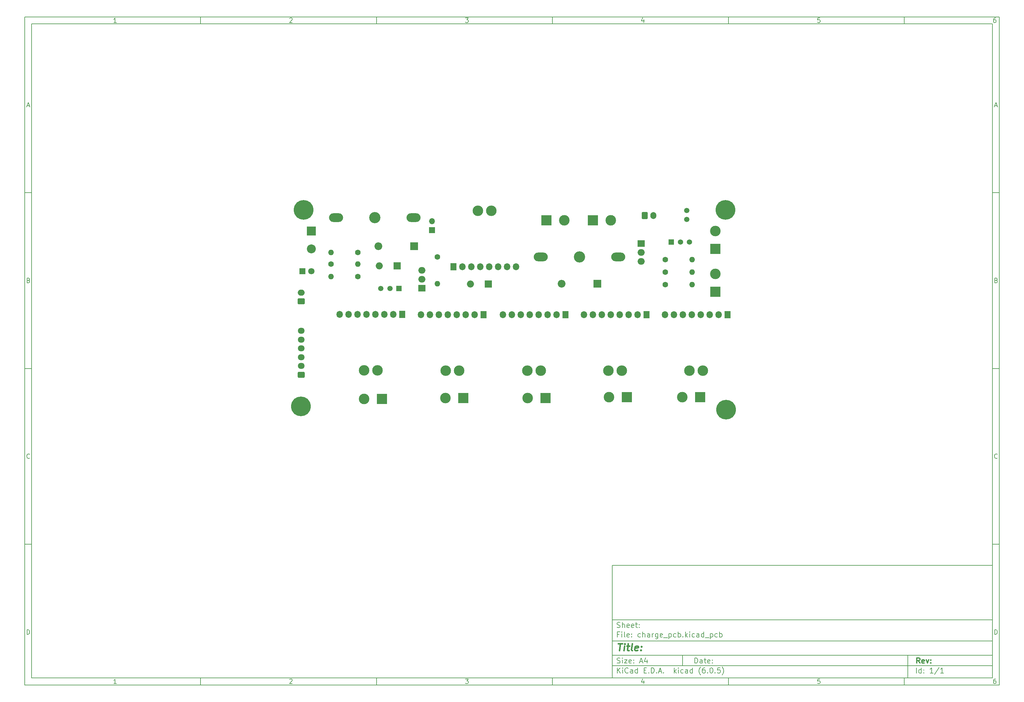
<source format=gbs>
G04 #@! TF.GenerationSoftware,KiCad,Pcbnew,(6.0.5)*
G04 #@! TF.CreationDate,2023-05-14T09:51:16+02:00*
G04 #@! TF.ProjectId,charge_pcb,63686172-6765-45f7-9063-622e6b696361,rev?*
G04 #@! TF.SameCoordinates,Original*
G04 #@! TF.FileFunction,Soldermask,Bot*
G04 #@! TF.FilePolarity,Negative*
%FSLAX46Y46*%
G04 Gerber Fmt 4.6, Leading zero omitted, Abs format (unit mm)*
G04 Created by KiCad (PCBNEW (6.0.5)) date 2023-05-14 09:51:16*
%MOMM*%
%LPD*%
G01*
G04 APERTURE LIST*
G04 Aperture macros list*
%AMRoundRect*
0 Rectangle with rounded corners*
0 $1 Rounding radius*
0 $2 $3 $4 $5 $6 $7 $8 $9 X,Y pos of 4 corners*
0 Add a 4 corners polygon primitive as box body*
4,1,4,$2,$3,$4,$5,$6,$7,$8,$9,$2,$3,0*
0 Add four circle primitives for the rounded corners*
1,1,$1+$1,$2,$3*
1,1,$1+$1,$4,$5*
1,1,$1+$1,$6,$7*
1,1,$1+$1,$8,$9*
0 Add four rect primitives between the rounded corners*
20,1,$1+$1,$2,$3,$4,$5,0*
20,1,$1+$1,$4,$5,$6,$7,0*
20,1,$1+$1,$6,$7,$8,$9,0*
20,1,$1+$1,$8,$9,$2,$3,0*%
G04 Aperture macros list end*
%ADD10C,0.100000*%
%ADD11C,0.150000*%
%ADD12C,0.300000*%
%ADD13C,0.400000*%
%ADD14R,2.540000X2.540000*%
%ADD15C,2.540000*%
%ADD16C,1.501140*%
%ADD17R,2.000000X2.000000*%
%ADD18O,2.000000X2.000000*%
%ADD19O,4.000500X2.499360*%
%ADD20C,3.200000*%
%ADD21R,3.000000X3.000000*%
%ADD22C,3.000000*%
%ADD23R,1.500000X1.500000*%
%ADD24C,1.500000*%
%ADD25C,1.600000*%
%ADD26O,1.600000X1.600000*%
%ADD27C,5.600000*%
%ADD28C,3.600000*%
%ADD29R,2.000000X1.905000*%
%ADD30O,2.000000X1.905000*%
%ADD31RoundRect,0.250000X0.725000X-0.600000X0.725000X0.600000X-0.725000X0.600000X-0.725000X-0.600000X0*%
%ADD32O,1.950000X1.700000*%
%ADD33RoundRect,0.250000X0.750000X-0.600000X0.750000X0.600000X-0.750000X0.600000X-0.750000X-0.600000X0*%
%ADD34O,2.000000X1.700000*%
%ADD35RoundRect,0.250000X-0.600000X-0.750000X0.600000X-0.750000X0.600000X0.750000X-0.600000X0.750000X0*%
%ADD36O,1.700000X2.000000*%
%ADD37R,1.800000X2.000000*%
%ADD38O,1.800000X2.000000*%
%ADD39O,3.000000X3.000000*%
%ADD40R,1.700000X1.700000*%
%ADD41O,1.700000X1.700000*%
%ADD42R,1.800000X1.800000*%
%ADD43C,1.800000*%
%ADD44R,2.200000X2.200000*%
%ADD45O,2.200000X2.200000*%
G04 APERTURE END LIST*
D10*
D11*
X177002200Y-166007200D02*
X177002200Y-198007200D01*
X285002200Y-198007200D01*
X285002200Y-166007200D01*
X177002200Y-166007200D01*
D10*
D11*
X10000000Y-10000000D02*
X10000000Y-200007200D01*
X287002200Y-200007200D01*
X287002200Y-10000000D01*
X10000000Y-10000000D01*
D10*
D11*
X12000000Y-12000000D02*
X12000000Y-198007200D01*
X285002200Y-198007200D01*
X285002200Y-12000000D01*
X12000000Y-12000000D01*
D10*
D11*
X60000000Y-12000000D02*
X60000000Y-10000000D01*
D10*
D11*
X110000000Y-12000000D02*
X110000000Y-10000000D01*
D10*
D11*
X160000000Y-12000000D02*
X160000000Y-10000000D01*
D10*
D11*
X210000000Y-12000000D02*
X210000000Y-10000000D01*
D10*
D11*
X260000000Y-12000000D02*
X260000000Y-10000000D01*
D10*
D11*
X36065476Y-11588095D02*
X35322619Y-11588095D01*
X35694047Y-11588095D02*
X35694047Y-10288095D01*
X35570238Y-10473809D01*
X35446428Y-10597619D01*
X35322619Y-10659523D01*
D10*
D11*
X85322619Y-10411904D02*
X85384523Y-10350000D01*
X85508333Y-10288095D01*
X85817857Y-10288095D01*
X85941666Y-10350000D01*
X86003571Y-10411904D01*
X86065476Y-10535714D01*
X86065476Y-10659523D01*
X86003571Y-10845238D01*
X85260714Y-11588095D01*
X86065476Y-11588095D01*
D10*
D11*
X135260714Y-10288095D02*
X136065476Y-10288095D01*
X135632142Y-10783333D01*
X135817857Y-10783333D01*
X135941666Y-10845238D01*
X136003571Y-10907142D01*
X136065476Y-11030952D01*
X136065476Y-11340476D01*
X136003571Y-11464285D01*
X135941666Y-11526190D01*
X135817857Y-11588095D01*
X135446428Y-11588095D01*
X135322619Y-11526190D01*
X135260714Y-11464285D01*
D10*
D11*
X185941666Y-10721428D02*
X185941666Y-11588095D01*
X185632142Y-10226190D02*
X185322619Y-11154761D01*
X186127380Y-11154761D01*
D10*
D11*
X236003571Y-10288095D02*
X235384523Y-10288095D01*
X235322619Y-10907142D01*
X235384523Y-10845238D01*
X235508333Y-10783333D01*
X235817857Y-10783333D01*
X235941666Y-10845238D01*
X236003571Y-10907142D01*
X236065476Y-11030952D01*
X236065476Y-11340476D01*
X236003571Y-11464285D01*
X235941666Y-11526190D01*
X235817857Y-11588095D01*
X235508333Y-11588095D01*
X235384523Y-11526190D01*
X235322619Y-11464285D01*
D10*
D11*
X285941666Y-10288095D02*
X285694047Y-10288095D01*
X285570238Y-10350000D01*
X285508333Y-10411904D01*
X285384523Y-10597619D01*
X285322619Y-10845238D01*
X285322619Y-11340476D01*
X285384523Y-11464285D01*
X285446428Y-11526190D01*
X285570238Y-11588095D01*
X285817857Y-11588095D01*
X285941666Y-11526190D01*
X286003571Y-11464285D01*
X286065476Y-11340476D01*
X286065476Y-11030952D01*
X286003571Y-10907142D01*
X285941666Y-10845238D01*
X285817857Y-10783333D01*
X285570238Y-10783333D01*
X285446428Y-10845238D01*
X285384523Y-10907142D01*
X285322619Y-11030952D01*
D10*
D11*
X60000000Y-198007200D02*
X60000000Y-200007200D01*
D10*
D11*
X110000000Y-198007200D02*
X110000000Y-200007200D01*
D10*
D11*
X160000000Y-198007200D02*
X160000000Y-200007200D01*
D10*
D11*
X210000000Y-198007200D02*
X210000000Y-200007200D01*
D10*
D11*
X260000000Y-198007200D02*
X260000000Y-200007200D01*
D10*
D11*
X36065476Y-199595295D02*
X35322619Y-199595295D01*
X35694047Y-199595295D02*
X35694047Y-198295295D01*
X35570238Y-198481009D01*
X35446428Y-198604819D01*
X35322619Y-198666723D01*
D10*
D11*
X85322619Y-198419104D02*
X85384523Y-198357200D01*
X85508333Y-198295295D01*
X85817857Y-198295295D01*
X85941666Y-198357200D01*
X86003571Y-198419104D01*
X86065476Y-198542914D01*
X86065476Y-198666723D01*
X86003571Y-198852438D01*
X85260714Y-199595295D01*
X86065476Y-199595295D01*
D10*
D11*
X135260714Y-198295295D02*
X136065476Y-198295295D01*
X135632142Y-198790533D01*
X135817857Y-198790533D01*
X135941666Y-198852438D01*
X136003571Y-198914342D01*
X136065476Y-199038152D01*
X136065476Y-199347676D01*
X136003571Y-199471485D01*
X135941666Y-199533390D01*
X135817857Y-199595295D01*
X135446428Y-199595295D01*
X135322619Y-199533390D01*
X135260714Y-199471485D01*
D10*
D11*
X185941666Y-198728628D02*
X185941666Y-199595295D01*
X185632142Y-198233390D02*
X185322619Y-199161961D01*
X186127380Y-199161961D01*
D10*
D11*
X236003571Y-198295295D02*
X235384523Y-198295295D01*
X235322619Y-198914342D01*
X235384523Y-198852438D01*
X235508333Y-198790533D01*
X235817857Y-198790533D01*
X235941666Y-198852438D01*
X236003571Y-198914342D01*
X236065476Y-199038152D01*
X236065476Y-199347676D01*
X236003571Y-199471485D01*
X235941666Y-199533390D01*
X235817857Y-199595295D01*
X235508333Y-199595295D01*
X235384523Y-199533390D01*
X235322619Y-199471485D01*
D10*
D11*
X285941666Y-198295295D02*
X285694047Y-198295295D01*
X285570238Y-198357200D01*
X285508333Y-198419104D01*
X285384523Y-198604819D01*
X285322619Y-198852438D01*
X285322619Y-199347676D01*
X285384523Y-199471485D01*
X285446428Y-199533390D01*
X285570238Y-199595295D01*
X285817857Y-199595295D01*
X285941666Y-199533390D01*
X286003571Y-199471485D01*
X286065476Y-199347676D01*
X286065476Y-199038152D01*
X286003571Y-198914342D01*
X285941666Y-198852438D01*
X285817857Y-198790533D01*
X285570238Y-198790533D01*
X285446428Y-198852438D01*
X285384523Y-198914342D01*
X285322619Y-199038152D01*
D10*
D11*
X10000000Y-60000000D02*
X12000000Y-60000000D01*
D10*
D11*
X10000000Y-110000000D02*
X12000000Y-110000000D01*
D10*
D11*
X10000000Y-160000000D02*
X12000000Y-160000000D01*
D10*
D11*
X10690476Y-35216666D02*
X11309523Y-35216666D01*
X10566666Y-35588095D02*
X11000000Y-34288095D01*
X11433333Y-35588095D01*
D10*
D11*
X11092857Y-84907142D02*
X11278571Y-84969047D01*
X11340476Y-85030952D01*
X11402380Y-85154761D01*
X11402380Y-85340476D01*
X11340476Y-85464285D01*
X11278571Y-85526190D01*
X11154761Y-85588095D01*
X10659523Y-85588095D01*
X10659523Y-84288095D01*
X11092857Y-84288095D01*
X11216666Y-84350000D01*
X11278571Y-84411904D01*
X11340476Y-84535714D01*
X11340476Y-84659523D01*
X11278571Y-84783333D01*
X11216666Y-84845238D01*
X11092857Y-84907142D01*
X10659523Y-84907142D01*
D10*
D11*
X11402380Y-135464285D02*
X11340476Y-135526190D01*
X11154761Y-135588095D01*
X11030952Y-135588095D01*
X10845238Y-135526190D01*
X10721428Y-135402380D01*
X10659523Y-135278571D01*
X10597619Y-135030952D01*
X10597619Y-134845238D01*
X10659523Y-134597619D01*
X10721428Y-134473809D01*
X10845238Y-134350000D01*
X11030952Y-134288095D01*
X11154761Y-134288095D01*
X11340476Y-134350000D01*
X11402380Y-134411904D01*
D10*
D11*
X10659523Y-185588095D02*
X10659523Y-184288095D01*
X10969047Y-184288095D01*
X11154761Y-184350000D01*
X11278571Y-184473809D01*
X11340476Y-184597619D01*
X11402380Y-184845238D01*
X11402380Y-185030952D01*
X11340476Y-185278571D01*
X11278571Y-185402380D01*
X11154761Y-185526190D01*
X10969047Y-185588095D01*
X10659523Y-185588095D01*
D10*
D11*
X287002200Y-60000000D02*
X285002200Y-60000000D01*
D10*
D11*
X287002200Y-110000000D02*
X285002200Y-110000000D01*
D10*
D11*
X287002200Y-160000000D02*
X285002200Y-160000000D01*
D10*
D11*
X285692676Y-35216666D02*
X286311723Y-35216666D01*
X285568866Y-35588095D02*
X286002200Y-34288095D01*
X286435533Y-35588095D01*
D10*
D11*
X286095057Y-84907142D02*
X286280771Y-84969047D01*
X286342676Y-85030952D01*
X286404580Y-85154761D01*
X286404580Y-85340476D01*
X286342676Y-85464285D01*
X286280771Y-85526190D01*
X286156961Y-85588095D01*
X285661723Y-85588095D01*
X285661723Y-84288095D01*
X286095057Y-84288095D01*
X286218866Y-84350000D01*
X286280771Y-84411904D01*
X286342676Y-84535714D01*
X286342676Y-84659523D01*
X286280771Y-84783333D01*
X286218866Y-84845238D01*
X286095057Y-84907142D01*
X285661723Y-84907142D01*
D10*
D11*
X286404580Y-135464285D02*
X286342676Y-135526190D01*
X286156961Y-135588095D01*
X286033152Y-135588095D01*
X285847438Y-135526190D01*
X285723628Y-135402380D01*
X285661723Y-135278571D01*
X285599819Y-135030952D01*
X285599819Y-134845238D01*
X285661723Y-134597619D01*
X285723628Y-134473809D01*
X285847438Y-134350000D01*
X286033152Y-134288095D01*
X286156961Y-134288095D01*
X286342676Y-134350000D01*
X286404580Y-134411904D01*
D10*
D11*
X285661723Y-185588095D02*
X285661723Y-184288095D01*
X285971247Y-184288095D01*
X286156961Y-184350000D01*
X286280771Y-184473809D01*
X286342676Y-184597619D01*
X286404580Y-184845238D01*
X286404580Y-185030952D01*
X286342676Y-185278571D01*
X286280771Y-185402380D01*
X286156961Y-185526190D01*
X285971247Y-185588095D01*
X285661723Y-185588095D01*
D10*
D11*
X200434342Y-193785771D02*
X200434342Y-192285771D01*
X200791485Y-192285771D01*
X201005771Y-192357200D01*
X201148628Y-192500057D01*
X201220057Y-192642914D01*
X201291485Y-192928628D01*
X201291485Y-193142914D01*
X201220057Y-193428628D01*
X201148628Y-193571485D01*
X201005771Y-193714342D01*
X200791485Y-193785771D01*
X200434342Y-193785771D01*
X202577200Y-193785771D02*
X202577200Y-193000057D01*
X202505771Y-192857200D01*
X202362914Y-192785771D01*
X202077200Y-192785771D01*
X201934342Y-192857200D01*
X202577200Y-193714342D02*
X202434342Y-193785771D01*
X202077200Y-193785771D01*
X201934342Y-193714342D01*
X201862914Y-193571485D01*
X201862914Y-193428628D01*
X201934342Y-193285771D01*
X202077200Y-193214342D01*
X202434342Y-193214342D01*
X202577200Y-193142914D01*
X203077200Y-192785771D02*
X203648628Y-192785771D01*
X203291485Y-192285771D02*
X203291485Y-193571485D01*
X203362914Y-193714342D01*
X203505771Y-193785771D01*
X203648628Y-193785771D01*
X204720057Y-193714342D02*
X204577200Y-193785771D01*
X204291485Y-193785771D01*
X204148628Y-193714342D01*
X204077200Y-193571485D01*
X204077200Y-193000057D01*
X204148628Y-192857200D01*
X204291485Y-192785771D01*
X204577200Y-192785771D01*
X204720057Y-192857200D01*
X204791485Y-193000057D01*
X204791485Y-193142914D01*
X204077200Y-193285771D01*
X205434342Y-193642914D02*
X205505771Y-193714342D01*
X205434342Y-193785771D01*
X205362914Y-193714342D01*
X205434342Y-193642914D01*
X205434342Y-193785771D01*
X205434342Y-192857200D02*
X205505771Y-192928628D01*
X205434342Y-193000057D01*
X205362914Y-192928628D01*
X205434342Y-192857200D01*
X205434342Y-193000057D01*
D10*
D11*
X177002200Y-194507200D02*
X285002200Y-194507200D01*
D10*
D11*
X178434342Y-196585771D02*
X178434342Y-195085771D01*
X179291485Y-196585771D02*
X178648628Y-195728628D01*
X179291485Y-195085771D02*
X178434342Y-195942914D01*
X179934342Y-196585771D02*
X179934342Y-195585771D01*
X179934342Y-195085771D02*
X179862914Y-195157200D01*
X179934342Y-195228628D01*
X180005771Y-195157200D01*
X179934342Y-195085771D01*
X179934342Y-195228628D01*
X181505771Y-196442914D02*
X181434342Y-196514342D01*
X181220057Y-196585771D01*
X181077200Y-196585771D01*
X180862914Y-196514342D01*
X180720057Y-196371485D01*
X180648628Y-196228628D01*
X180577200Y-195942914D01*
X180577200Y-195728628D01*
X180648628Y-195442914D01*
X180720057Y-195300057D01*
X180862914Y-195157200D01*
X181077200Y-195085771D01*
X181220057Y-195085771D01*
X181434342Y-195157200D01*
X181505771Y-195228628D01*
X182791485Y-196585771D02*
X182791485Y-195800057D01*
X182720057Y-195657200D01*
X182577200Y-195585771D01*
X182291485Y-195585771D01*
X182148628Y-195657200D01*
X182791485Y-196514342D02*
X182648628Y-196585771D01*
X182291485Y-196585771D01*
X182148628Y-196514342D01*
X182077200Y-196371485D01*
X182077200Y-196228628D01*
X182148628Y-196085771D01*
X182291485Y-196014342D01*
X182648628Y-196014342D01*
X182791485Y-195942914D01*
X184148628Y-196585771D02*
X184148628Y-195085771D01*
X184148628Y-196514342D02*
X184005771Y-196585771D01*
X183720057Y-196585771D01*
X183577200Y-196514342D01*
X183505771Y-196442914D01*
X183434342Y-196300057D01*
X183434342Y-195871485D01*
X183505771Y-195728628D01*
X183577200Y-195657200D01*
X183720057Y-195585771D01*
X184005771Y-195585771D01*
X184148628Y-195657200D01*
X186005771Y-195800057D02*
X186505771Y-195800057D01*
X186720057Y-196585771D02*
X186005771Y-196585771D01*
X186005771Y-195085771D01*
X186720057Y-195085771D01*
X187362914Y-196442914D02*
X187434342Y-196514342D01*
X187362914Y-196585771D01*
X187291485Y-196514342D01*
X187362914Y-196442914D01*
X187362914Y-196585771D01*
X188077200Y-196585771D02*
X188077200Y-195085771D01*
X188434342Y-195085771D01*
X188648628Y-195157200D01*
X188791485Y-195300057D01*
X188862914Y-195442914D01*
X188934342Y-195728628D01*
X188934342Y-195942914D01*
X188862914Y-196228628D01*
X188791485Y-196371485D01*
X188648628Y-196514342D01*
X188434342Y-196585771D01*
X188077200Y-196585771D01*
X189577200Y-196442914D02*
X189648628Y-196514342D01*
X189577200Y-196585771D01*
X189505771Y-196514342D01*
X189577200Y-196442914D01*
X189577200Y-196585771D01*
X190220057Y-196157200D02*
X190934342Y-196157200D01*
X190077200Y-196585771D02*
X190577200Y-195085771D01*
X191077200Y-196585771D01*
X191577200Y-196442914D02*
X191648628Y-196514342D01*
X191577200Y-196585771D01*
X191505771Y-196514342D01*
X191577200Y-196442914D01*
X191577200Y-196585771D01*
X194577200Y-196585771D02*
X194577200Y-195085771D01*
X194720057Y-196014342D02*
X195148628Y-196585771D01*
X195148628Y-195585771D02*
X194577200Y-196157200D01*
X195791485Y-196585771D02*
X195791485Y-195585771D01*
X195791485Y-195085771D02*
X195720057Y-195157200D01*
X195791485Y-195228628D01*
X195862914Y-195157200D01*
X195791485Y-195085771D01*
X195791485Y-195228628D01*
X197148628Y-196514342D02*
X197005771Y-196585771D01*
X196720057Y-196585771D01*
X196577200Y-196514342D01*
X196505771Y-196442914D01*
X196434342Y-196300057D01*
X196434342Y-195871485D01*
X196505771Y-195728628D01*
X196577200Y-195657200D01*
X196720057Y-195585771D01*
X197005771Y-195585771D01*
X197148628Y-195657200D01*
X198434342Y-196585771D02*
X198434342Y-195800057D01*
X198362914Y-195657200D01*
X198220057Y-195585771D01*
X197934342Y-195585771D01*
X197791485Y-195657200D01*
X198434342Y-196514342D02*
X198291485Y-196585771D01*
X197934342Y-196585771D01*
X197791485Y-196514342D01*
X197720057Y-196371485D01*
X197720057Y-196228628D01*
X197791485Y-196085771D01*
X197934342Y-196014342D01*
X198291485Y-196014342D01*
X198434342Y-195942914D01*
X199791485Y-196585771D02*
X199791485Y-195085771D01*
X199791485Y-196514342D02*
X199648628Y-196585771D01*
X199362914Y-196585771D01*
X199220057Y-196514342D01*
X199148628Y-196442914D01*
X199077200Y-196300057D01*
X199077200Y-195871485D01*
X199148628Y-195728628D01*
X199220057Y-195657200D01*
X199362914Y-195585771D01*
X199648628Y-195585771D01*
X199791485Y-195657200D01*
X202077200Y-197157200D02*
X202005771Y-197085771D01*
X201862914Y-196871485D01*
X201791485Y-196728628D01*
X201720057Y-196514342D01*
X201648628Y-196157200D01*
X201648628Y-195871485D01*
X201720057Y-195514342D01*
X201791485Y-195300057D01*
X201862914Y-195157200D01*
X202005771Y-194942914D01*
X202077200Y-194871485D01*
X203291485Y-195085771D02*
X203005771Y-195085771D01*
X202862914Y-195157200D01*
X202791485Y-195228628D01*
X202648628Y-195442914D01*
X202577200Y-195728628D01*
X202577200Y-196300057D01*
X202648628Y-196442914D01*
X202720057Y-196514342D01*
X202862914Y-196585771D01*
X203148628Y-196585771D01*
X203291485Y-196514342D01*
X203362914Y-196442914D01*
X203434342Y-196300057D01*
X203434342Y-195942914D01*
X203362914Y-195800057D01*
X203291485Y-195728628D01*
X203148628Y-195657200D01*
X202862914Y-195657200D01*
X202720057Y-195728628D01*
X202648628Y-195800057D01*
X202577200Y-195942914D01*
X204077200Y-196442914D02*
X204148628Y-196514342D01*
X204077200Y-196585771D01*
X204005771Y-196514342D01*
X204077200Y-196442914D01*
X204077200Y-196585771D01*
X205077200Y-195085771D02*
X205220057Y-195085771D01*
X205362914Y-195157200D01*
X205434342Y-195228628D01*
X205505771Y-195371485D01*
X205577200Y-195657200D01*
X205577200Y-196014342D01*
X205505771Y-196300057D01*
X205434342Y-196442914D01*
X205362914Y-196514342D01*
X205220057Y-196585771D01*
X205077200Y-196585771D01*
X204934342Y-196514342D01*
X204862914Y-196442914D01*
X204791485Y-196300057D01*
X204720057Y-196014342D01*
X204720057Y-195657200D01*
X204791485Y-195371485D01*
X204862914Y-195228628D01*
X204934342Y-195157200D01*
X205077200Y-195085771D01*
X206220057Y-196442914D02*
X206291485Y-196514342D01*
X206220057Y-196585771D01*
X206148628Y-196514342D01*
X206220057Y-196442914D01*
X206220057Y-196585771D01*
X207648628Y-195085771D02*
X206934342Y-195085771D01*
X206862914Y-195800057D01*
X206934342Y-195728628D01*
X207077200Y-195657200D01*
X207434342Y-195657200D01*
X207577200Y-195728628D01*
X207648628Y-195800057D01*
X207720057Y-195942914D01*
X207720057Y-196300057D01*
X207648628Y-196442914D01*
X207577200Y-196514342D01*
X207434342Y-196585771D01*
X207077200Y-196585771D01*
X206934342Y-196514342D01*
X206862914Y-196442914D01*
X208220057Y-197157200D02*
X208291485Y-197085771D01*
X208434342Y-196871485D01*
X208505771Y-196728628D01*
X208577200Y-196514342D01*
X208648628Y-196157200D01*
X208648628Y-195871485D01*
X208577200Y-195514342D01*
X208505771Y-195300057D01*
X208434342Y-195157200D01*
X208291485Y-194942914D01*
X208220057Y-194871485D01*
D10*
D11*
X177002200Y-191507200D02*
X285002200Y-191507200D01*
D10*
D12*
X264411485Y-193785771D02*
X263911485Y-193071485D01*
X263554342Y-193785771D02*
X263554342Y-192285771D01*
X264125771Y-192285771D01*
X264268628Y-192357200D01*
X264340057Y-192428628D01*
X264411485Y-192571485D01*
X264411485Y-192785771D01*
X264340057Y-192928628D01*
X264268628Y-193000057D01*
X264125771Y-193071485D01*
X263554342Y-193071485D01*
X265625771Y-193714342D02*
X265482914Y-193785771D01*
X265197200Y-193785771D01*
X265054342Y-193714342D01*
X264982914Y-193571485D01*
X264982914Y-193000057D01*
X265054342Y-192857200D01*
X265197200Y-192785771D01*
X265482914Y-192785771D01*
X265625771Y-192857200D01*
X265697200Y-193000057D01*
X265697200Y-193142914D01*
X264982914Y-193285771D01*
X266197200Y-192785771D02*
X266554342Y-193785771D01*
X266911485Y-192785771D01*
X267482914Y-193642914D02*
X267554342Y-193714342D01*
X267482914Y-193785771D01*
X267411485Y-193714342D01*
X267482914Y-193642914D01*
X267482914Y-193785771D01*
X267482914Y-192857200D02*
X267554342Y-192928628D01*
X267482914Y-193000057D01*
X267411485Y-192928628D01*
X267482914Y-192857200D01*
X267482914Y-193000057D01*
D10*
D11*
X178362914Y-193714342D02*
X178577200Y-193785771D01*
X178934342Y-193785771D01*
X179077200Y-193714342D01*
X179148628Y-193642914D01*
X179220057Y-193500057D01*
X179220057Y-193357200D01*
X179148628Y-193214342D01*
X179077200Y-193142914D01*
X178934342Y-193071485D01*
X178648628Y-193000057D01*
X178505771Y-192928628D01*
X178434342Y-192857200D01*
X178362914Y-192714342D01*
X178362914Y-192571485D01*
X178434342Y-192428628D01*
X178505771Y-192357200D01*
X178648628Y-192285771D01*
X179005771Y-192285771D01*
X179220057Y-192357200D01*
X179862914Y-193785771D02*
X179862914Y-192785771D01*
X179862914Y-192285771D02*
X179791485Y-192357200D01*
X179862914Y-192428628D01*
X179934342Y-192357200D01*
X179862914Y-192285771D01*
X179862914Y-192428628D01*
X180434342Y-192785771D02*
X181220057Y-192785771D01*
X180434342Y-193785771D01*
X181220057Y-193785771D01*
X182362914Y-193714342D02*
X182220057Y-193785771D01*
X181934342Y-193785771D01*
X181791485Y-193714342D01*
X181720057Y-193571485D01*
X181720057Y-193000057D01*
X181791485Y-192857200D01*
X181934342Y-192785771D01*
X182220057Y-192785771D01*
X182362914Y-192857200D01*
X182434342Y-193000057D01*
X182434342Y-193142914D01*
X181720057Y-193285771D01*
X183077200Y-193642914D02*
X183148628Y-193714342D01*
X183077200Y-193785771D01*
X183005771Y-193714342D01*
X183077200Y-193642914D01*
X183077200Y-193785771D01*
X183077200Y-192857200D02*
X183148628Y-192928628D01*
X183077200Y-193000057D01*
X183005771Y-192928628D01*
X183077200Y-192857200D01*
X183077200Y-193000057D01*
X184862914Y-193357200D02*
X185577200Y-193357200D01*
X184720057Y-193785771D02*
X185220057Y-192285771D01*
X185720057Y-193785771D01*
X186862914Y-192785771D02*
X186862914Y-193785771D01*
X186505771Y-192214342D02*
X186148628Y-193285771D01*
X187077200Y-193285771D01*
D10*
D11*
X263434342Y-196585771D02*
X263434342Y-195085771D01*
X264791485Y-196585771D02*
X264791485Y-195085771D01*
X264791485Y-196514342D02*
X264648628Y-196585771D01*
X264362914Y-196585771D01*
X264220057Y-196514342D01*
X264148628Y-196442914D01*
X264077200Y-196300057D01*
X264077200Y-195871485D01*
X264148628Y-195728628D01*
X264220057Y-195657200D01*
X264362914Y-195585771D01*
X264648628Y-195585771D01*
X264791485Y-195657200D01*
X265505771Y-196442914D02*
X265577200Y-196514342D01*
X265505771Y-196585771D01*
X265434342Y-196514342D01*
X265505771Y-196442914D01*
X265505771Y-196585771D01*
X265505771Y-195657200D02*
X265577200Y-195728628D01*
X265505771Y-195800057D01*
X265434342Y-195728628D01*
X265505771Y-195657200D01*
X265505771Y-195800057D01*
X268148628Y-196585771D02*
X267291485Y-196585771D01*
X267720057Y-196585771D02*
X267720057Y-195085771D01*
X267577200Y-195300057D01*
X267434342Y-195442914D01*
X267291485Y-195514342D01*
X269862914Y-195014342D02*
X268577200Y-196942914D01*
X271148628Y-196585771D02*
X270291485Y-196585771D01*
X270720057Y-196585771D02*
X270720057Y-195085771D01*
X270577200Y-195300057D01*
X270434342Y-195442914D01*
X270291485Y-195514342D01*
D10*
D11*
X177002200Y-187507200D02*
X285002200Y-187507200D01*
D10*
D13*
X178714580Y-188211961D02*
X179857438Y-188211961D01*
X179036009Y-190211961D02*
X179286009Y-188211961D01*
X180274104Y-190211961D02*
X180440771Y-188878628D01*
X180524104Y-188211961D02*
X180416961Y-188307200D01*
X180500295Y-188402438D01*
X180607438Y-188307200D01*
X180524104Y-188211961D01*
X180500295Y-188402438D01*
X181107438Y-188878628D02*
X181869342Y-188878628D01*
X181476485Y-188211961D02*
X181262200Y-189926247D01*
X181333628Y-190116723D01*
X181512200Y-190211961D01*
X181702676Y-190211961D01*
X182655057Y-190211961D02*
X182476485Y-190116723D01*
X182405057Y-189926247D01*
X182619342Y-188211961D01*
X184190771Y-190116723D02*
X183988390Y-190211961D01*
X183607438Y-190211961D01*
X183428866Y-190116723D01*
X183357438Y-189926247D01*
X183452676Y-189164342D01*
X183571723Y-188973866D01*
X183774104Y-188878628D01*
X184155057Y-188878628D01*
X184333628Y-188973866D01*
X184405057Y-189164342D01*
X184381247Y-189354819D01*
X183405057Y-189545295D01*
X185155057Y-190021485D02*
X185238390Y-190116723D01*
X185131247Y-190211961D01*
X185047914Y-190116723D01*
X185155057Y-190021485D01*
X185131247Y-190211961D01*
X185286009Y-188973866D02*
X185369342Y-189069104D01*
X185262200Y-189164342D01*
X185178866Y-189069104D01*
X185286009Y-188973866D01*
X185262200Y-189164342D01*
D10*
D11*
X178934342Y-185600057D02*
X178434342Y-185600057D01*
X178434342Y-186385771D02*
X178434342Y-184885771D01*
X179148628Y-184885771D01*
X179720057Y-186385771D02*
X179720057Y-185385771D01*
X179720057Y-184885771D02*
X179648628Y-184957200D01*
X179720057Y-185028628D01*
X179791485Y-184957200D01*
X179720057Y-184885771D01*
X179720057Y-185028628D01*
X180648628Y-186385771D02*
X180505771Y-186314342D01*
X180434342Y-186171485D01*
X180434342Y-184885771D01*
X181791485Y-186314342D02*
X181648628Y-186385771D01*
X181362914Y-186385771D01*
X181220057Y-186314342D01*
X181148628Y-186171485D01*
X181148628Y-185600057D01*
X181220057Y-185457200D01*
X181362914Y-185385771D01*
X181648628Y-185385771D01*
X181791485Y-185457200D01*
X181862914Y-185600057D01*
X181862914Y-185742914D01*
X181148628Y-185885771D01*
X182505771Y-186242914D02*
X182577200Y-186314342D01*
X182505771Y-186385771D01*
X182434342Y-186314342D01*
X182505771Y-186242914D01*
X182505771Y-186385771D01*
X182505771Y-185457200D02*
X182577200Y-185528628D01*
X182505771Y-185600057D01*
X182434342Y-185528628D01*
X182505771Y-185457200D01*
X182505771Y-185600057D01*
X185005771Y-186314342D02*
X184862914Y-186385771D01*
X184577200Y-186385771D01*
X184434342Y-186314342D01*
X184362914Y-186242914D01*
X184291485Y-186100057D01*
X184291485Y-185671485D01*
X184362914Y-185528628D01*
X184434342Y-185457200D01*
X184577200Y-185385771D01*
X184862914Y-185385771D01*
X185005771Y-185457200D01*
X185648628Y-186385771D02*
X185648628Y-184885771D01*
X186291485Y-186385771D02*
X186291485Y-185600057D01*
X186220057Y-185457200D01*
X186077200Y-185385771D01*
X185862914Y-185385771D01*
X185720057Y-185457200D01*
X185648628Y-185528628D01*
X187648628Y-186385771D02*
X187648628Y-185600057D01*
X187577200Y-185457200D01*
X187434342Y-185385771D01*
X187148628Y-185385771D01*
X187005771Y-185457200D01*
X187648628Y-186314342D02*
X187505771Y-186385771D01*
X187148628Y-186385771D01*
X187005771Y-186314342D01*
X186934342Y-186171485D01*
X186934342Y-186028628D01*
X187005771Y-185885771D01*
X187148628Y-185814342D01*
X187505771Y-185814342D01*
X187648628Y-185742914D01*
X188362914Y-186385771D02*
X188362914Y-185385771D01*
X188362914Y-185671485D02*
X188434342Y-185528628D01*
X188505771Y-185457200D01*
X188648628Y-185385771D01*
X188791485Y-185385771D01*
X189934342Y-185385771D02*
X189934342Y-186600057D01*
X189862914Y-186742914D01*
X189791485Y-186814342D01*
X189648628Y-186885771D01*
X189434342Y-186885771D01*
X189291485Y-186814342D01*
X189934342Y-186314342D02*
X189791485Y-186385771D01*
X189505771Y-186385771D01*
X189362914Y-186314342D01*
X189291485Y-186242914D01*
X189220057Y-186100057D01*
X189220057Y-185671485D01*
X189291485Y-185528628D01*
X189362914Y-185457200D01*
X189505771Y-185385771D01*
X189791485Y-185385771D01*
X189934342Y-185457200D01*
X191220057Y-186314342D02*
X191077200Y-186385771D01*
X190791485Y-186385771D01*
X190648628Y-186314342D01*
X190577200Y-186171485D01*
X190577200Y-185600057D01*
X190648628Y-185457200D01*
X190791485Y-185385771D01*
X191077200Y-185385771D01*
X191220057Y-185457200D01*
X191291485Y-185600057D01*
X191291485Y-185742914D01*
X190577200Y-185885771D01*
X191577200Y-186528628D02*
X192720057Y-186528628D01*
X193077200Y-185385771D02*
X193077200Y-186885771D01*
X193077200Y-185457200D02*
X193220057Y-185385771D01*
X193505771Y-185385771D01*
X193648628Y-185457200D01*
X193720057Y-185528628D01*
X193791485Y-185671485D01*
X193791485Y-186100057D01*
X193720057Y-186242914D01*
X193648628Y-186314342D01*
X193505771Y-186385771D01*
X193220057Y-186385771D01*
X193077200Y-186314342D01*
X195077200Y-186314342D02*
X194934342Y-186385771D01*
X194648628Y-186385771D01*
X194505771Y-186314342D01*
X194434342Y-186242914D01*
X194362914Y-186100057D01*
X194362914Y-185671485D01*
X194434342Y-185528628D01*
X194505771Y-185457200D01*
X194648628Y-185385771D01*
X194934342Y-185385771D01*
X195077200Y-185457200D01*
X195720057Y-186385771D02*
X195720057Y-184885771D01*
X195720057Y-185457200D02*
X195862914Y-185385771D01*
X196148628Y-185385771D01*
X196291485Y-185457200D01*
X196362914Y-185528628D01*
X196434342Y-185671485D01*
X196434342Y-186100057D01*
X196362914Y-186242914D01*
X196291485Y-186314342D01*
X196148628Y-186385771D01*
X195862914Y-186385771D01*
X195720057Y-186314342D01*
X197077200Y-186242914D02*
X197148628Y-186314342D01*
X197077200Y-186385771D01*
X197005771Y-186314342D01*
X197077200Y-186242914D01*
X197077200Y-186385771D01*
X197791485Y-186385771D02*
X197791485Y-184885771D01*
X197934342Y-185814342D02*
X198362914Y-186385771D01*
X198362914Y-185385771D02*
X197791485Y-185957200D01*
X199005771Y-186385771D02*
X199005771Y-185385771D01*
X199005771Y-184885771D02*
X198934342Y-184957200D01*
X199005771Y-185028628D01*
X199077200Y-184957200D01*
X199005771Y-184885771D01*
X199005771Y-185028628D01*
X200362914Y-186314342D02*
X200220057Y-186385771D01*
X199934342Y-186385771D01*
X199791485Y-186314342D01*
X199720057Y-186242914D01*
X199648628Y-186100057D01*
X199648628Y-185671485D01*
X199720057Y-185528628D01*
X199791485Y-185457200D01*
X199934342Y-185385771D01*
X200220057Y-185385771D01*
X200362914Y-185457200D01*
X201648628Y-186385771D02*
X201648628Y-185600057D01*
X201577200Y-185457200D01*
X201434342Y-185385771D01*
X201148628Y-185385771D01*
X201005771Y-185457200D01*
X201648628Y-186314342D02*
X201505771Y-186385771D01*
X201148628Y-186385771D01*
X201005771Y-186314342D01*
X200934342Y-186171485D01*
X200934342Y-186028628D01*
X201005771Y-185885771D01*
X201148628Y-185814342D01*
X201505771Y-185814342D01*
X201648628Y-185742914D01*
X203005771Y-186385771D02*
X203005771Y-184885771D01*
X203005771Y-186314342D02*
X202862914Y-186385771D01*
X202577200Y-186385771D01*
X202434342Y-186314342D01*
X202362914Y-186242914D01*
X202291485Y-186100057D01*
X202291485Y-185671485D01*
X202362914Y-185528628D01*
X202434342Y-185457200D01*
X202577200Y-185385771D01*
X202862914Y-185385771D01*
X203005771Y-185457200D01*
X203362914Y-186528628D02*
X204505771Y-186528628D01*
X204862914Y-185385771D02*
X204862914Y-186885771D01*
X204862914Y-185457200D02*
X205005771Y-185385771D01*
X205291485Y-185385771D01*
X205434342Y-185457200D01*
X205505771Y-185528628D01*
X205577200Y-185671485D01*
X205577200Y-186100057D01*
X205505771Y-186242914D01*
X205434342Y-186314342D01*
X205291485Y-186385771D01*
X205005771Y-186385771D01*
X204862914Y-186314342D01*
X206862914Y-186314342D02*
X206720057Y-186385771D01*
X206434342Y-186385771D01*
X206291485Y-186314342D01*
X206220057Y-186242914D01*
X206148628Y-186100057D01*
X206148628Y-185671485D01*
X206220057Y-185528628D01*
X206291485Y-185457200D01*
X206434342Y-185385771D01*
X206720057Y-185385771D01*
X206862914Y-185457200D01*
X207505771Y-186385771D02*
X207505771Y-184885771D01*
X207505771Y-185457200D02*
X207648628Y-185385771D01*
X207934342Y-185385771D01*
X208077200Y-185457200D01*
X208148628Y-185528628D01*
X208220057Y-185671485D01*
X208220057Y-186100057D01*
X208148628Y-186242914D01*
X208077200Y-186314342D01*
X207934342Y-186385771D01*
X207648628Y-186385771D01*
X207505771Y-186314342D01*
D10*
D11*
X177002200Y-181507200D02*
X285002200Y-181507200D01*
D10*
D11*
X178362914Y-183614342D02*
X178577200Y-183685771D01*
X178934342Y-183685771D01*
X179077200Y-183614342D01*
X179148628Y-183542914D01*
X179220057Y-183400057D01*
X179220057Y-183257200D01*
X179148628Y-183114342D01*
X179077200Y-183042914D01*
X178934342Y-182971485D01*
X178648628Y-182900057D01*
X178505771Y-182828628D01*
X178434342Y-182757200D01*
X178362914Y-182614342D01*
X178362914Y-182471485D01*
X178434342Y-182328628D01*
X178505771Y-182257200D01*
X178648628Y-182185771D01*
X179005771Y-182185771D01*
X179220057Y-182257200D01*
X179862914Y-183685771D02*
X179862914Y-182185771D01*
X180505771Y-183685771D02*
X180505771Y-182900057D01*
X180434342Y-182757200D01*
X180291485Y-182685771D01*
X180077200Y-182685771D01*
X179934342Y-182757200D01*
X179862914Y-182828628D01*
X181791485Y-183614342D02*
X181648628Y-183685771D01*
X181362914Y-183685771D01*
X181220057Y-183614342D01*
X181148628Y-183471485D01*
X181148628Y-182900057D01*
X181220057Y-182757200D01*
X181362914Y-182685771D01*
X181648628Y-182685771D01*
X181791485Y-182757200D01*
X181862914Y-182900057D01*
X181862914Y-183042914D01*
X181148628Y-183185771D01*
X183077200Y-183614342D02*
X182934342Y-183685771D01*
X182648628Y-183685771D01*
X182505771Y-183614342D01*
X182434342Y-183471485D01*
X182434342Y-182900057D01*
X182505771Y-182757200D01*
X182648628Y-182685771D01*
X182934342Y-182685771D01*
X183077200Y-182757200D01*
X183148628Y-182900057D01*
X183148628Y-183042914D01*
X182434342Y-183185771D01*
X183577200Y-182685771D02*
X184148628Y-182685771D01*
X183791485Y-182185771D02*
X183791485Y-183471485D01*
X183862914Y-183614342D01*
X184005771Y-183685771D01*
X184148628Y-183685771D01*
X184648628Y-183542914D02*
X184720057Y-183614342D01*
X184648628Y-183685771D01*
X184577200Y-183614342D01*
X184648628Y-183542914D01*
X184648628Y-183685771D01*
X184648628Y-182757200D02*
X184720057Y-182828628D01*
X184648628Y-182900057D01*
X184577200Y-182828628D01*
X184648628Y-182757200D01*
X184648628Y-182900057D01*
D10*
D12*
D10*
D11*
D10*
D11*
D10*
D11*
D10*
D11*
D10*
D11*
X197002200Y-191507200D02*
X197002200Y-194507200D01*
D10*
D11*
X261002200Y-191507200D02*
X261002200Y-198007200D01*
D14*
X91440000Y-70866000D03*
D15*
X91440000Y-75946000D03*
D16*
X198120000Y-65024000D03*
X198120000Y-67564000D03*
D17*
X115824000Y-80772000D03*
D18*
X110744000Y-80772000D03*
D19*
X98473260Y-67056000D03*
X120474740Y-67056000D03*
D20*
X109474000Y-67056000D03*
D19*
X178640740Y-78232000D03*
X156639260Y-78232000D03*
D20*
X167640000Y-78232000D03*
D21*
X111530000Y-118618000D03*
D22*
X106450000Y-118618000D03*
D23*
X116392000Y-87255000D03*
D24*
X113792000Y-87255000D03*
X111192000Y-87255000D03*
D23*
X193742000Y-74035000D03*
D24*
X196342000Y-74035000D03*
X198942000Y-74035000D03*
D25*
X104648000Y-83820000D03*
D26*
X97028000Y-83820000D03*
D25*
X127254000Y-78232000D03*
D26*
X127254000Y-85852000D03*
D25*
X192024000Y-86106000D03*
D26*
X199644000Y-86106000D03*
D25*
X192024000Y-82550000D03*
D26*
X199644000Y-82550000D03*
D27*
X89289000Y-64897000D03*
D28*
X89289000Y-64897000D03*
D27*
X209169000Y-64897000D03*
D28*
X209169000Y-64897000D03*
X209296000Y-121666000D03*
D27*
X209296000Y-121666000D03*
D28*
X88550000Y-120780000D03*
D27*
X88550000Y-120780000D03*
D21*
X181102000Y-118110000D03*
D22*
X176022000Y-118110000D03*
D29*
X185237000Y-74422000D03*
D30*
X185237000Y-76962000D03*
X185237000Y-79502000D03*
D29*
X122865000Y-87122000D03*
D30*
X122865000Y-84582000D03*
X122865000Y-82042000D03*
D31*
X88629000Y-111760000D03*
D32*
X88629000Y-109260000D03*
X88629000Y-106760000D03*
X88629000Y-104260000D03*
X88629000Y-101760000D03*
X88629000Y-99260000D03*
D21*
X134620000Y-118364000D03*
D22*
X129540000Y-118364000D03*
D21*
X158242000Y-67818000D03*
D22*
X163322000Y-67818000D03*
D33*
X88629000Y-90912000D03*
D34*
X88629000Y-88412000D03*
D21*
X171450000Y-67818000D03*
D22*
X176530000Y-67818000D03*
D21*
X157988000Y-118364000D03*
D22*
X152908000Y-118364000D03*
D35*
X186202000Y-66531000D03*
D36*
X188702000Y-66531000D03*
D21*
X201930000Y-118110000D03*
D22*
X196850000Y-118110000D03*
D21*
X206248000Y-75946000D03*
D22*
X206248000Y-70866000D03*
D21*
X206248000Y-88138000D03*
D22*
X206248000Y-83058000D03*
D37*
X140450000Y-94700000D03*
D38*
X137910000Y-94700000D03*
X135370000Y-94700000D03*
X132830000Y-94700000D03*
X130290000Y-94700000D03*
X127750000Y-94700000D03*
X125210000Y-94700000D03*
X122670000Y-94700000D03*
D39*
X133465000Y-110575000D03*
X129655000Y-110575000D03*
D37*
X131826000Y-81026000D03*
D38*
X134366000Y-81026000D03*
X136906000Y-81026000D03*
X139446000Y-81026000D03*
X141986000Y-81026000D03*
X144526000Y-81026000D03*
X147066000Y-81026000D03*
X149606000Y-81026000D03*
D39*
X138811000Y-65151000D03*
X142621000Y-65151000D03*
D37*
X163680000Y-94700000D03*
D38*
X161140000Y-94700000D03*
X158600000Y-94700000D03*
X156060000Y-94700000D03*
X153520000Y-94700000D03*
X150980000Y-94700000D03*
X148440000Y-94700000D03*
X145900000Y-94700000D03*
D39*
X156695000Y-110575000D03*
X152885000Y-110575000D03*
D37*
X186720000Y-94700000D03*
D38*
X184180000Y-94700000D03*
X181640000Y-94700000D03*
X179100000Y-94700000D03*
X176560000Y-94700000D03*
X174020000Y-94700000D03*
X171480000Y-94700000D03*
X168940000Y-94700000D03*
D39*
X179735000Y-110575000D03*
X175925000Y-110575000D03*
D37*
X209750000Y-94700000D03*
D38*
X207210000Y-94700000D03*
X204670000Y-94700000D03*
X202130000Y-94700000D03*
X199590000Y-94700000D03*
X197050000Y-94700000D03*
X194510000Y-94700000D03*
X191970000Y-94700000D03*
D39*
X202765000Y-110575000D03*
X198955000Y-110575000D03*
D25*
X192024000Y-78994000D03*
D26*
X199644000Y-78994000D03*
D25*
X104648000Y-76962000D03*
D26*
X97028000Y-76962000D03*
D40*
X125730000Y-70617000D03*
D41*
X125730000Y-68077000D03*
D17*
X141732000Y-85923000D03*
D18*
X136652000Y-85923000D03*
D37*
X117280000Y-94620000D03*
D38*
X114740000Y-94620000D03*
X112200000Y-94620000D03*
X109660000Y-94620000D03*
X107120000Y-94620000D03*
X104580000Y-94620000D03*
X102040000Y-94620000D03*
X99500000Y-94620000D03*
D39*
X110295000Y-110495000D03*
X106485000Y-110495000D03*
D42*
X88895000Y-82296000D03*
D43*
X91435000Y-82296000D03*
D25*
X97028000Y-80264000D03*
D26*
X104648000Y-80264000D03*
D44*
X172720000Y-85852000D03*
D45*
X162560000Y-85852000D03*
D44*
X120650000Y-75184000D03*
D45*
X110490000Y-75184000D03*
M02*

</source>
